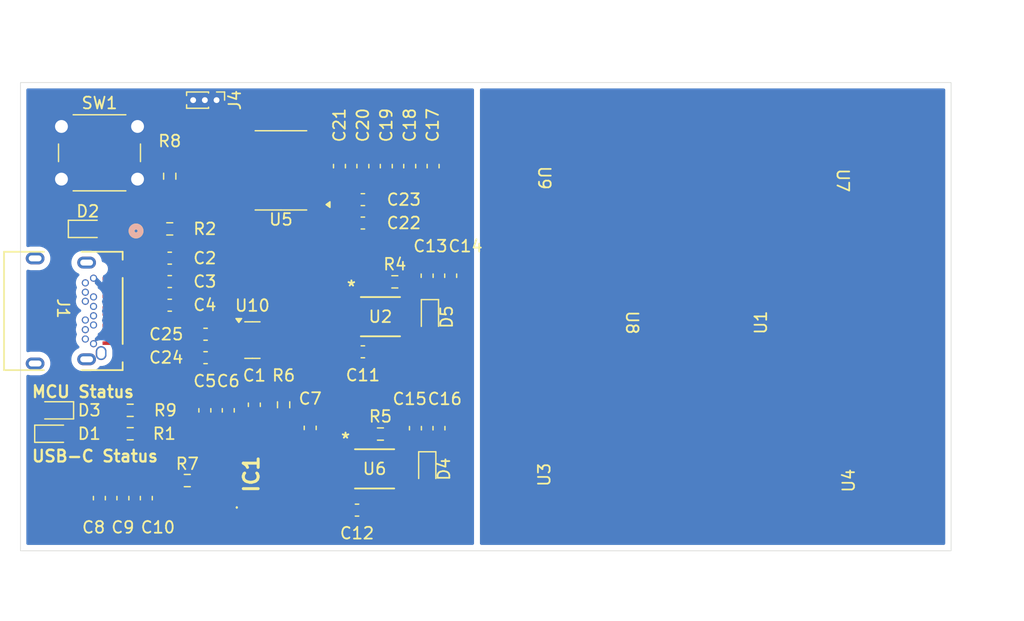
<source format=kicad_pcb>
(kicad_pcb (version 20241229) (generator "pcbnew") (generator_version "9.0")
  (layers (0 "F.Cu" signal) (2 "B.Cu" signal) (13 "F.Paste" user) (15 "B.Paste" user) (5 "F.SilkS" user "F.Silkscreen") (7 "B.SilkS" user "B.Silkscreen") (1 "F.Mask" user) (3 "B.Mask" user) (25 "Edge.Cuts" user))
  (net 0 "")
  (net 2 "+5V")
  (net 5 "/USB_C_IC/PWR_EN")
  (net 8 "GND")
  (net 9 "+18V")
  (net 10 "Net-(IC1-LED)")
  (net 12 "Net-(IC1-VCC)")
  (net 13 "/USB_C_IC/CC1")
  (net 14 "Net-(IC1-IFB)")
  (net 16 "VBUS")
  (net 17 "Net-(IC1-OTP)")
  (net 19 "Net-(IC1-VOUT)")
  (net 20 "/USB_C_IC/CC2")
  (net 32 "/MCU/I2C_SDA")
  (net 33 "/MCU/I2C_SCL")
  (net 34 "/LEDs/LED_2")
  (net 35 "Net-(U1-Pad3)")
  (net 36 "/LEDs/LX_1")
  (net 38 "/LEDs/VSET_1")
  (net 39 "/LEDs/LED_1")
  (net 43 "VLED")
  (net 45 "Net-(U3-Pad3)")
  (net 47 "Net-(L2-Pad1)")
  (net 48 "/MCU/OSC_OUT")
  (net 49 "/MCU/UART_TX")
  (net 53 "/LEDs/Thermal_Pad")
  (net 54 "/USB_C_IC/data_-")
  (net 55 "/USB_C_IC/data_+")
  (net 56 "/MCU/NRST")
  (net 57 "/MCU/SWDIO")
  (net 58 "/MCU/STATUS_LED")
  (net 59 "/MCU/SWCLK")
  (net 60 "/MCU/UART_RX")
  (net 61 "+3V3")
  (net 62 "/MCU/OSC_IN")
  (net 63 "/LEDs/LX_2")
  (net 64 "/LEDs/VSET_2")
  (net 65 "Net-(L1-Pad1)")
  (net 66 "Net-(U7-Pad1)")
  (net 67 "Net-(U8-Pad1)")
  (net 68 "Net-(D1-A)")
  (net 69 "Net-(D2-A)")
  (net 70 "Net-(D3-K)")
  (net 71 "/USB_C_IC/VOUT")
  (footprint "Capacitor_SMD:C_0603_1608Metric_Pad1.08x0.95mm_HandSolder" (layer "F.Cu") (at 123 70.5 180)
    (property "Reference" "C23" (at -3.5 0 0) (layer "F.SilkS"))
    (property "Value" "*")
    (fp_line (start -0.146267 0.51) (end 0.146267 0.51) (stroke (width 0.12)) (layer "F.SilkS"))
    (fp_line (start -0.146267 -0.51) (end 0.146267 -0.51) (stroke (width 0.12)) (layer "F.SilkS"))
    (pad "1" smd roundrect (at -0.8625 0 180) (size 1.075 0.95) (layers "F.Cu" "F.Mask" "F.Paste") (net 8 "GND"))
    (pad "2" smd roundrect (at 0.8625 0 180) (size 1.075 0.95) (layers "F.Cu" "F.Mask" "F.Paste") (net 48 "/MCU/OSC_OUT"))
  )
  (footprint "Capacitor_SMD:C_0603_1608Metric_Pad1.08x0.95mm_HandSolder" (layer "F.Cu") (at 130.5 77 90)
    (property "Reference" "C14" (at 2.525021 1.27115 180) (layer "F.SilkS"))
    (property "Value" "1u")
    (fp_line (start -0.146267 -0.51) (end 0.146267 -0.51) (stroke (width 0.12)) (layer "F.SilkS"))
    (fp_line (start -0.146267 0.51) (end 0.146267 0.51) (stroke (width 0.12)) (layer "F.SilkS"))
    (pad "1" smd roundrect (at -0.8625 0 90) (size 1.075 0.95) (layers "F.Cu" "F.Mask" "F.Paste") (net 43 "VLED"))
    (pad "2" smd roundrect (at 0.8625 0 90) (size 1.075 0.95) (layers "F.Cu" "F.Mask" "F.Paste") (net 8 "GND"))
  )
  (footprint "USB-light-pro:CHIP_D0BJ440E_WFS" (layer "F.Cu") (at 138.5 68.64 -90)
    (property "Reference" "U9" (at 0 0 270) (layer "F.SilkS"))
    (property "Value" "XHP50B-00-0000-0D0BJ440E")
    (pad "1" smd rect (at -2.14 0 270) (size 0.508 4.7752) (layers "F.Cu" "F.Mask" "F.Paste") (net 39 "/LEDs/LED_1"))
    (pad "2" smd rect (at 0 0 270) (size 2.7686 4.7752) (layers "F.Cu" "F.Mask" "F.Paste") (net 53 "/LEDs/Thermal_Pad"))
    (pad "3" smd rect (at 2.14 0 270) (size 0.508 4.7752) (layers "F.Cu" "F.Mask" "F.Paste") (net 67 "Net-(U8-Pad1)"))
  )
  (footprint "Capacitor_SMD:C_0603_1608Metric_Pad1.08x0.95mm_HandSolder" (layer "F.Cu") (at 122.5 97.025021)
    (property "Reference" "C12" (at 0 1.974979 0) (layer "F.SilkS"))
    (property "Value" "100n")
    (fp_line (start -0.146267 -0.51) (end 0.146267 -0.51) (stroke (width 0.12)) (layer "F.SilkS"))
    (fp_line (start -0.146267 0.51) (end 0.146267 0.51) (stroke (width 0.12)) (layer "F.SilkS"))
    (pad "1" smd roundrect (at -0.8625 0) (size 1.075 0.95) (layers "F.Cu" "F.Mask" "F.Paste") (net 64 "/LEDs/VSET_2"))
    (pad "2" smd roundrect (at 0.8625 0) (size 1.075 0.95) (layers "F.Cu" "F.Mask" "F.Paste") (net 8 "GND"))
  )
  (footprint "USB-light-pro:CHIP_D0BJ440E_WFS" (layer "F.Cu") (at 164.5 94.5 90)
    (property "Reference" "U4" (at 0 0 90) (layer "F.SilkS"))
    (property "Value" "XHP50B-00-0000-0D0BJ440E")
    (pad "1" smd rect (at -2.14 0 90) (size 0.508 4.7752) (layers "F.Cu" "F.Mask" "F.Paste") (net 45 "Net-(U3-Pad3)"))
    (pad "2" smd rect (at 0 0 90) (size 2.7686 4.7752) (layers "F.Cu" "F.Mask" "F.Paste") (net 53 "/LEDs/Thermal_Pad"))
    (pad "3" smd rect (at 2.14 0 90) (size 0.508 4.7752) (layers "F.Cu" "F.Mask" "F.Paste") (net 47 "Net-(L2-Pad1)"))
  )
  (footprint "Resistor_SMD:R_0603_1608Metric_Pad0.98x0.95mm_HandSolder" (layer "F.Cu") (at 106.5 73)
    (property "Reference" "R2" (at 3 0 0) (layer "F.SilkS"))
    (property "Value" "100k")
    (fp_line (start -0.254724 -0.5225) (end 0.254724 -0.5225) (stroke (width 0.12)) (layer "F.SilkS"))
    (fp_line (start -0.254724 0.5225) (end 0.254724 0.5225) (stroke (width 0.12)) (layer "F.SilkS"))
    (pad "1" smd roundrect (at -0.9125 0) (size 0.975 0.95) (layers "F.Cu" "F.Mask" "F.Paste") (net 16 "VBUS"))
    (pad "2" smd roundrect (at 0.9125 0) (size 0.975 0.95) (layers "F.Cu" "F.Mask" "F.Paste") (net 69 "Net-(D2-A)"))
  )
  (footprint "USB-light-pro:CHIP_D0BJ440E_WFS" (layer "F.Cu") (at 157 81 90)
    (property "Reference" "U1" (at 0 0 90) (layer "F.SilkS"))
    (property "Value" "XHP50B-00-0000-0D0BJ440E")
    (pad "1" smd rect (at -2.14 0 90) (size 0.508 4.7752) (layers "F.Cu" "F.Mask" "F.Paste") (net 34 "/LEDs/LED_2"))
    (pad "2" smd rect (at 0 0 90) (size 2.7686 4.7752) (layers "F.Cu" "F.Mask" "F.Paste") (net 53 "/LEDs/Thermal_Pad"))
    (pad "3" smd rect (at 2.14 0 90) (size 0.508 4.7752) (layers "F.Cu" "F.Mask" "F.Paste") (net 35 "Net-(U1-Pad3)"))
  )
  (footprint "Resistor_SMD:R_0603_1608Metric_Pad0.98x0.95mm_HandSolder" (layer "F.Cu") (at 103.125 90.5)
    (property "Reference" "R1" (at 2.9125 0 0) (layer "F.SilkS"))
    (property "Value" "1k")
    (fp_line (start -0.254724 -0.5225) (end 0.254724 -0.5225) (stroke (width 0.12)) (layer "F.SilkS"))
    (fp_line (start -0.254724 0.5225) (end 0.254724 0.5225) (stroke (width 0.12)) (layer "F.SilkS"))
    (pad "1" smd roundrect (at -0.9125 0) (size 0.975 0.95) (layers "F.Cu" "F.Mask" "F.Paste") (net 68 "Net-(D1-A)"))
    (pad "2" smd roundrect (at 0.9125 0) (size 0.975 0.95) (layers "F.Cu" "F.Mask" "F.Paste") (net 10 "Net-(IC1-LED)"))
  )
  (footprint "Capacitor_SMD:C_0603_1608Metric_Pad1.08x0.95mm_HandSolder" (layer "F.Cu") (at 127 67.6375 90)
    (property "Reference" "C18" (at 3.5 0 90) (layer "F.SilkS"))
    (property "Value" "1u")
    (fp_line (start -0.146267 -0.51) (end 0.146267 -0.51) (stroke (width 0.12)) (layer "F.SilkS"))
    (fp_line (start -0.146267 0.51) (end 0.146267 0.51) (stroke (width 0.12)) (layer "F.SilkS"))
    (pad "1" smd roundrect (at -0.8625 0 90) (size 1.075 0.95) (layers "F.Cu" "F.Mask" "F.Paste") (net 61 "+3V3"))
    (pad "2" smd roundrect (at 0.8625 0 90) (size 1.075 0.95) (layers "F.Cu" "F.Mask" "F.Paste") (net 8 "GND"))
  )
  (footprint "Resistor_SMD:R_0603_1608Metric_Pad0.98x0.95mm_HandSolder" (layer "F.Cu") (at 103.125 88.5 180)
    (property "Reference" "R9" (at -3 0 0) (layer "F.SilkS"))
    (property "Value" "1k")
    (fp_line (start -0.254724 0.5225) (end 0.254724 0.5225) (stroke (width 0.12)) (layer "F.SilkS"))
    (fp_line (start -0.254724 -0.5225) (end 0.254724 -0.5225) (stroke (width 0.12)) (layer "F.SilkS"))
    (pad "1" smd roundrect (at -0.9125 0 180) (size 0.975 0.95) (layers "F.Cu" "F.Mask" "F.Paste") (net 8 "GND"))
    (pad "2" smd roundrect (at 0.9125 0 180) (size 0.975 0.95) (layers "F.Cu" "F.Mask" "F.Paste") (net 70 "Net-(D3-K)"))
  )
  (footprint "USB-light-pro:MSOP-8EP_DIO" (layer "F.Cu") (at 124 93.5)
    (property "Reference" "U6" (at 0 0 0) (layer "F.SilkS"))
    (property "Value" "AL8861MP-13")
    (fp_line (start -1.6764 1.6764) (end 1.6764 1.6764) (stroke (width 0.1524)) (layer "F.SilkS"))
    (fp_line (start 1.6764 -1.6764) (end -1.6764 -1.6764) (stroke (width 0.1524)) (layer "F.SilkS"))
    (fp_text user "*" (at -2.48285 -2.549779 0) (layer "F.SilkS"))
    (fp_text user "*" (at -2.48285 -2.549779 0) (layer "F.SilkS"))
    (pad "1" smd rect (at -2.22885 -0.974979) (size 1.3589 0.4318) (layers "F.Cu" "F.Mask" "F.Paste") (net 34 "/LEDs/LED_2"))
    (pad "2" smd rect (at -2.22885 -0.324993) (size 1.3589 0.4318) (layers "F.Cu" "F.Mask" "F.Paste") (net 8 "GND"))
    (pad "3" smd rect (at -2.22885 0.324993) (size 1.3589 0.4318) (layers "F.Cu" "F.Mask" "F.Paste") (net 8 "GND"))
    (pad "4" smd rect (at -2.22885 0.974979) (size 1.3589 0.4318) (layers "F.Cu" "F.Mask" "F.Paste") (net 64 "/LEDs/VSET_2"))
    (pad "5" smd rect (at 2.22885 0.974979) (size 1.3589 0.4318) (layers "F.Cu" "F.Mask" "F.Paste") (net 63 "/LEDs/LX_2"))
    (pad "6" smd rect (at 2.22885 0.324993) (size 1.3589 0.4318) (layers "F.Cu" "F.Mask" "F.Paste") (net 63 "/LEDs/LX_2"))
    (pad "7" smd rect (at 2.22885 -0.324993) (size 1.3589 0.4318) (layers "F.Cu" "F.Mask" "F.Paste"))
    (pad "8" smd rect (at 2.22885 -0.974979) (size 1.3589 0.4318) (layers "F.Cu" "F.Mask" "F.Paste") (net 43 "VLED"))
    (pad "EPAD" smd rect (at 0 0) (size 1.7018 2.0066) (layers "F.Cu" "F.Mask" "F.Paste"))
  )
  (footprint "Capacitor_SMD:C_0603_1608Metric_Pad1.08x0.95mm_HandSolder" (layer "F.Cu") (at 121 67.6375 90)
    (property "Reference" "C21" (at 3.5 0 90) (layer "F.SilkS"))
    (property "Value" "10n")
    (fp_line (start -0.146267 -0.51) (end 0.146267 -0.51) (stroke (width 0.12)) (layer "F.SilkS"))
    (fp_line (start -0.146267 0.51) (end 0.146267 0.51) (stroke (width 0.12)) (layer "F.SilkS"))
    (pad "1" smd roundrect (at -0.8625 0 90) (size 1.075 0.95) (layers "F.Cu" "F.Mask" "F.Paste") (net 61 "+3V3"))
    (pad "2" smd roundrect (at 0.8625 0 90) (size 1.075 0.95) (layers "F.Cu" "F.Mask" "F.Paste") (net 8 "GND"))
  )
  (footprint "Resistor_SMD:R_0603_1608Metric_Pad0.98x0.95mm_HandSolder" (layer "F.Cu") (at 116.22885 88.025021 90)
    (property "Reference" "R6" (at 2.5 0 180) (layer "F.SilkS"))
    (property "Value" "10k")
    (fp_line (start -0.254724 -0.5225) (end 0.254724 -0.5225) (stroke (width 0.12)) (layer "F.SilkS"))
    (fp_line (start -0.254724 0.5225) (end 0.254724 0.5225) (stroke (width 0.12)) (layer "F.SilkS"))
    (pad "1" smd roundrect (at -0.9125 0 90) (size 0.975 0.95) (layers "F.Cu" "F.Mask" "F.Paste") (net 17 "Net-(IC1-OTP)"))
    (pad "2" smd roundrect (at 0.9125 0 90) (size 0.975 0.95) (layers "F.Cu" "F.Mask" "F.Paste") (net 8 "GND"))
  )
  (footprint "Diode_SMD:D_0603_1608Metric" (layer "F.Cu") (at 128.5 93.525021 -90)
    (property "Reference" "D4" (at 0 -1.43 90) (layer "F.SilkS"))
    (property "Value" "D")
    (fp_line (start -1.485 0.735) (end 0.8 0.735) (stroke (width 0.12)) (layer "F.SilkS"))
    (fp_line (start -1.485 -0.735) (end -1.485 0.735) (stroke (width 0.12)) (layer "F.SilkS"))
    (fp_line (start 0.8 -0.735) (end -1.485 -0.735) (stroke (width 0.12)) (layer "F.SilkS"))
    (pad "1" smd roundrect (at -0.7875 0 270) (size 0.875 0.95) (layers "F.Cu" "F.Mask" "F.Paste") (net 43 "VLED"))
    (pad "2" smd roundrect (at 0.7875 0 270) (size 0.875 0.95) (layers "F.Cu" "F.Mask" "F.Paste") (net 63 "/LEDs/LX_2"))
  )
  (footprint "Capacitor_SMD:C_0603_1608Metric_Pad1.08x0.95mm_HandSolder" (layer "F.Cu") (at 128.49 77 90)
    (property "Reference" "C13" (at 2.525021 0.28115 180) (layer "F.SilkS"))
    (property "Value" "100n")
    (fp_line (start -0.146267 -0.51) (end 0.146267 -0.51) (stroke (width 0.12)) (layer "F.SilkS"))
    (fp_line (start -0.146267 0.51) (end 0.146267 0.51) (stroke (width 0.12)) (layer "F.SilkS"))
    (pad "1" smd roundrect (at -0.8625 0 90) (size 1.075 0.95) (layers "F.Cu" "F.Mask" "F.Paste") (net 43 "VLED"))
    (pad "2" smd roundrect (at 0.8625 0 90) (size 1.075 0.95) (layers "F.Cu" "F.Mask" "F.Paste") (net 8 "GND"))
  )
  (footprint "USB-light-pro:CHIP_D0BJ440E_WFS" (layer "F.Cu") (at 146 81 -90)
    (property "Reference" "U8" (at 0 0 270) (layer "F.SilkS"))
    (property "Value" "XHP50B-00-0000-0D0BJ440E")
    (pad "1" smd rect (at -2.14 0 270) (size 0.508 4.7752) (layers "F.Cu" "F.Mask" "F.Paste") (net 67 "Net-(U8-Pad1)"))
    (pad "2" smd rect (at 0 0 270) (size 2.7686 4.7752) (layers "F.Cu" "F.Mask" "F.Paste") (net 53 "/LEDs/Thermal_Pad"))
    (pad "3" smd rect (at 2.14 0 270) (size 0.508 4.7752) (layers "F.Cu" "F.Mask" "F.Paste") (net 66 "Net-(U7-Pad1)"))
  )
  (footprint "Capacitor_SMD:C_0603_1608Metric_Pad1.08x0.95mm_HandSolder" (layer "F.Cu") (at 109.5 88.5 90)
    (property "Reference" "C5" (at 2.5 0 180) (layer "F.SilkS"))
    (property "Value" "1u")
    (fp_line (start -0.146267 -0.51) (end 0.146267 -0.51) (stroke (width 0.12)) (layer "F.SilkS"))
    (fp_line (start -0.146267 0.51) (end 0.146267 0.51) (stroke (width 0.12)) (layer "F.SilkS"))
    (pad "1" smd roundrect (at -0.8625 0 90) (size 1.075 0.95) (layers "F.Cu" "F.Mask" "F.Paste") (net 2 "+5V"))
    (pad "2" smd roundrect (at 0.8625 0 90) (size 1.075 0.95) (layers "F.Cu" "F.Mask" "F.Paste") (net 8 "GND"))
  )
  (footprint "USB-light-pro:MSOP-8EP_DIO" (layer "F.Cu") (at 124.5 80.5)
    (property "Reference" "U2" (at 0 0 0) (layer "F.SilkS"))
    (property "Value" "AL8861MP-13")
    (fp_line (start -1.6764 1.6764) (end 1.6764 1.6764) (stroke (width 0.1524)) (layer "F.SilkS"))
    (fp_line (start 1.6764 -1.6764) (end -1.6764 -1.6764) (stroke (width 0.1524)) (layer "F.SilkS"))
    (fp_text user "*" (at -2.48285 -2.549779 0) (layer "F.SilkS"))
    (fp_text user "*" (at -2.48285 -2.549779 0) (layer "F.SilkS"))
    (pad "1" smd rect (at -2.22885 -0.974979) (size 1.3589 0.4318) (layers "F.Cu" "F.Mask" "F.Paste") (net 39 "/LEDs/LED_1"))
    (pad "2" smd rect (at -2.22885 -0.324993) (size 1.3589 0.4318) (layers "F.Cu" "F.Mask" "F.Paste") (net 8 "GND"))
    (pad "3" smd rect (at -2.22885 0.324993) (size 1.3589 0.4318) (layers "F.Cu" "F.Mask" "F.Paste") (net 8 "GND"))
    (pad "4" smd rect (at -2.22885 0.974979) (size 1.3589 0.4318) (layers "F.Cu" "F.Mask" "F.Paste") (net 38 "/LEDs/VSET_1"))
    (pad "5" smd rect (at 2.22885 0.974979) (size 1.3589 0.4318) (layers "F.Cu" "F.Mask" "F.Paste") (net 36 "/LEDs/LX_1"))
    (pad "6" smd rect (at 2.22885 0.324993) (size 1.3589 0.4318) (layers "F.Cu" "F.Mask" "F.Paste") (net 36 "/LEDs/LX_1"))
    (pad "7" smd rect (at 2.22885 -0.324993) (size 1.3589 0.4318) (layers "F.Cu" "F.Mask" "F.Paste"))
    (pad "8" smd rect (at 2.22885 -0.974979) (size 1.3589 0.4318) (layers "F.Cu" "F.Mask" "F.Paste") (net 43 "VLED"))
    (pad "EPAD" smd rect (at 0 0) (size 1.7018 2.0066) (layers "F.Cu" "F.Mask" "F.Paste"))
  )
  (footprint "Package_TO_SOT_SMD:SOT-23" (layer "F.Cu") (at 113.5625 82.5)
    (property "Reference" "U10" (at 0 -2.95 0) (layer "F.SilkS"))
    (property "Value" "AP2127N-3.3")
    (fp_line (start 0 -1.56) (end -0.65 -1.56) (stroke (width 0.12)) (layer "F.SilkS"))
    (fp_line (start 0 -1.56) (end 0.65 -1.56) (stroke (width 0.12)) (layer "F.SilkS"))
    (fp_line (start 0 1.56) (end -0.65 1.56) (stroke (width 0.12)) (layer "F.SilkS"))
    (fp_line (start 0 1.56) (end 0.65 1.56) (stroke (width 0.12)) (layer "F.SilkS"))
    (fp_poly (pts (xy -1.1625 -1.51) (xy -1.4025 -1.84) (xy -0.9225 -1.84) (xy -1.1625 -1.51)) (stroke (width 0.12)) (fill yes) (layer "F.SilkS"))
    (pad "1" smd roundrect (at -0.9375 -0.95) (size 1.475 0.6) (layers "F.Cu" "F.Mask" "F.Paste") (net 8 "GND"))
    (pad "2" smd roundrect (at -0.9375 0.95) (size 1.475 0.6) (layers "F.Cu" "F.Mask" "F.Paste") (net 61 "+3V3"))
    (pad "3" smd roundrect (at 0.9375 0) (size 1.475 0.6) (layers "F.Cu" "F.Mask" "F.Paste") (net 2 "+5V"))
  )
  (footprint "USB-light-pro:CHIP_D0BJ440E_WFS" (layer "F.Cu") (at 138.5 94 90)
    (property "Reference" "U3" (at 0 0 90) (layer "F.SilkS"))
    (property "Value" "XHP50B-00-0000-0D0BJ440E")
    (pad "1" smd rect (at -2.14 0 90) (size 0.508 4.7752) (layers "F.Cu" "F.Mask" "F.Paste") (net 35 "Net-(U1-Pad3)"))
    (pad "2" smd rect (at 0 0 90) (size 2.7686 4.7752) (layers "F.Cu" "F.Mask" "F.Paste") (net 53 "/LEDs/Thermal_Pad"))
    (pad "3" smd rect (at 2.14 0 90) (size 0.508 4.7752) (layers "F.Cu" "F.Mask" "F.Paste") (net 45 "Net-(U3-Pad3)"))
  )
  (footprint "Capacitor_SMD:C_0603_1608Metric_Pad1.08x0.95mm_HandSolder" (layer "F.Cu") (at 106.5 79.52)
    (property "Reference" "C4" (at 3 -0.02 0) (layer "F.SilkS"))
    (property "Value" "100n")
    (fp_line (start -0.146267 -0.51) (end 0.146267 -0.51) (stroke (width 0.12)) (layer "F.SilkS"))
    (fp_line (start -0.146267 0.51) (end 0.146267 0.51) (stroke (width 0.12)) (layer "F.SilkS"))
    (pad "1" smd roundrect (at -0.8625 0) (size 1.075 0.95) (layers "F.Cu" "F.Mask" "F.Paste") (net 16 "VBUS"))
    (pad "2" smd roundrect (at 0.8625 0) (size 1.075 0.95) (layers "F.Cu" "F.Mask" "F.Paste") (net 8 "GND"))
  )
  (footprint "LED_SMD:LED_0603_1608Metric_Pad1.05x0.95mm_HandSolder" (layer "F.Cu") (at 96.625 90.5)
    (property "Reference" "D1" (at 3 0 0) (layer "F.SilkS"))
    (property "Value" "LED")
    (fp_line (start -1.66 -0.735) (end -1.66 0.735) (stroke (width 0.12)) (layer "F.SilkS"))
    (fp_line (start -1.66 0.735) (end 0.8 0.735) (stroke (width 0.12)) (layer "F.SilkS"))
    (fp_line (start 0.8 -0.735) (end -1.66 -0.735) (stroke (width 0.12)) (layer "F.SilkS"))
    (pad "1" smd roundrect (at -0.875 0) (size 1.05 0.95) (layers "F.Cu" "F.Mask" "F.Paste") (net 8 "GND"))
    (pad "2" smd roundrect (at 0.875 0) (size 1.05 0.95) (layers "F.Cu" "F.Mask" "F.Paste") (net 68 "Net-(D1-A)"))
  )
  (footprint "Capacitor_SMD:C_0603_1608Metric_Pad1.08x0.95mm_HandSolder" (layer "F.Cu") (at 102.5 96 -90)
    (property "Reference" "C9" (at 2.5 0 180) (layer "F.SilkS"))
    (property "Value" "1u")
    (fp_line (start -0.146267 0.51) (end 0.146267 0.51) (stroke (width 0.12)) (layer "F.SilkS"))
    (fp_line (start -0.146267 -0.51) (end 0.146267 -0.51) (stroke (width 0.12)) (layer "F.SilkS"))
    (pad "1" smd roundrect (at -0.8625 0 270) (size 1.075 0.95) (layers "F.Cu" "F.Mask" "F.Paste") (net 71 "/USB_C_IC/VOUT"))
    (pad "2" smd roundrect (at 0.8625 0 270) (size 1.075 0.95) (layers "F.Cu" "F.Mask" "F.Paste") (net 8 "GND"))
  )
  (footprint "Button_Switch_THT:SW_PUSH_6mm" (layer "F.Cu") (at 97.25 64.25)
    (property "Reference" "SW1" (at 3.25 -2 0) (layer "F.SilkS"))
    (property "Value" "SW_Push")
    (fp_line (start -0.25 1.5) (end -0.25 3) (stroke (width 0.12)) (layer "F.SilkS"))
    (fp_line (start 1 5.5) (end 5.5 5.5) (stroke (width 0.12)) (layer "F.SilkS"))
    (fp_line (start 5.5 -1) (end 1 -1) (stroke (width 0.12)) (layer "F.SilkS"))
    (fp_line (start 6.75 3) (end 6.75 1.5) (stroke (width 0.12)) (layer "F.SilkS"))
    (pad "1" thru_hole circle (at 0 0 90) (size 2 2) (drill 1.1) (layers "*.Cu" "*.Mask") (net 8 "GND"))
    (pad "1" thru_hole circle (at 6.5 0 90) (size 2 2) (drill 1.1) (layers "*.Cu" "*.Mask") (net 8 "GND"))
    (pad "2" thru_hole circle (at 0 4.5 90) (size 2 2) (drill 1.1) (layers "*.Cu" "*.Mask") (net 56 "/MCU/NRST"))
    (pad "2" thru_hole circle (at 6.5 4.5 90) (size 2 2) (drill 1.1) (layers "*.Cu" "*.Mask") (net 56 "/MCU/NRST"))
  )
  (footprint "Resistor_SMD:R_0603_1608Metric_Pad0.98x0.95mm_HandSolder" (layer "F.Cu") (at 106.5 68.5 -90)
    (property "Reference" "R8" (at -3 0 180) (layer "F.SilkS"))
    (property "Value" "10k")
    (fp_line (start -0.254724 0.5225) (end 0.254724 0.5225) (stroke (width 0.12)) (layer "F.SilkS"))
    (fp_line (start -0.254724 -0.5225) (end 0.254724 -0.5225) (stroke (width 0.12)) (layer "F.SilkS"))
    (pad "1" smd roundrect (at -0.9125 0 270) (size 0.975 0.95) (layers "F.Cu" "F.Mask" "F.Paste") (net 61 "+3V3"))
    (pad "2" smd roundrect (at 0.9125 0 270) (size 0.975 0.95) (layers "F.Cu" "F.Mask" "F.Paste") (net 56 "/MCU/NRST"))
  )
  (footprint "USB-light-pro:CHIP_D0BJ440E_WFS" (layer "F.Cu") (at 164 68.86 -90)
    (property "Reference" "U7" (at 0 0 270) (layer "F.SilkS"))
    (property "Value" "XHP50B-00-0000-0D0BJ440E")
    (pad "1" smd rect (at -2.14 0 270) (size 0.508 4.7752) (layers "F.Cu" "F.Mask" "F.Paste") (net 66 "Net-(U7-Pad1)"))
    (pad "2" smd rect (at 0 0 270) (size 2.7686 4.7752) (layers "F.Cu" "F.Mask" "F.Paste") (net 53 "/LEDs/Thermal_Pad"))
    (pad "3" smd rect (at 2.14 0 270) (size 0.508 4.7752) (layers "F.Cu" "F.Mask" "F.Paste") (net 65 "Net-(L1-Pad1)"))
  )
  (footprint "Capacitor_SMD:C_0603_1608Metric_Pad1.08x0.95mm_HandSolder" (layer "F.Cu") (at 125 67.6375 90)
    (property "Reference" "C19" (at 3.5 0 90) (layer "F.SilkS"))
    (property "Value" "100n")
    (fp_line (start -0.146267 -0.51) (end 0.146267 -0.51) (stroke (width 0.12)) (layer "F.SilkS"))
    (fp_line (start -0.146267 0.51) (end 0.146267 0.51) (stroke (width 0.12)) (layer "F.SilkS"))
    (pad "1" smd roundrect (at -0.8625 0 90) (size 1.075 0.95) (layers "F.Cu" "F.Mask" "F.Paste") (net 61 "+3V3"))
    (pad "2" smd roundrect (at 0.8625 0 90) (size 1.075 0.95) (layers "F.Cu" "F.Mask" "F.Paste") (net 8 "GND"))
  )
  (footprint "Capacitor_SMD:C_0603_1608Metric_Pad1.08x0.95mm_HandSolder" (layer "F.Cu") (at 109.5625 82 180)
    (property "Reference" "C25" (at 3.3625 0 0) (layer "F.SilkS"))
    (property "Value" "100n")
    (fp_line (start -0.146267 0.51) (end 0.146267 0.51) (stroke (width 0.12)) (layer "F.SilkS"))
    (fp_line (start -0.146267 -0.51) (end 0.146267 -0.51) (stroke (width 0.12)) (layer "F.SilkS"))
    (pad "1" smd roundrect (at -0.8625 0 180) (size 1.075 0.95) (layers "F.Cu" "F.Mask" "F.Paste") (net 61 "+3V3"))
    (pad "2" smd roundrect (at 0.8625 0 180) (size 1.075 0.95) (layers "F.Cu" "F.Mask" "F.Paste") (net 8 "GND"))
  )
  (footprint "Package_SO:TSSOP-20_4.4x6.5mm_P0.65mm" (layer "F.Cu") (at 116 68 180)
    (property "Reference" "U5" (at 0 -4.2 0) (layer "F.SilkS"))
    (property "Value" "STM32C011F6Px")
    (fp_line (start 0 3.385) (end 2.2 3.385) (stroke (width 0.12)) (layer "F.SilkS"))
    (fp_line (start 0 3.385) (end -2.2 3.385) (stroke (width 0.12)) (layer "F.SilkS"))
    (fp_line (start 0 -3.385) (end 2.2 -3.385) (stroke (width 0.12)) (layer "F.SilkS"))
    (fp_line (start 0 -3.385) (end -2.2 -3.385) (stroke (width 0.12)) (layer "F.SilkS"))
    (fp_poly (pts (xy -3.86 -2.925) (xy -4.19 -3.165) (xy -4.19 -2.685) (xy -3.86 -2.925)) (stroke (width 0.12)) (fill yes) (layer "F.SilkS"))
    (pad "1" smd roundrect (at -2.8625 -2.925 180) (size 1.475 0.4) (layers "F.Cu" "F.Mask" "F.Paste") (net 32 "/MCU/I2C_SDA"))
    (pad "2" smd roundrect (at -2.8625 -2.275 180) (size 1.475 0.4) (layers "F.Cu" "F.Mask" "F.Paste") (net 62 "/MCU/OSC_IN"))
    (pad "3" smd roundrect (at -2.8625 -1.625 180) (size 1.475 0.4) (layers "F.Cu" "F.Mask" "F.Paste") (net 48 "/MCU/OSC_OUT"))
    (pad "4" smd roundrect (at -2.8625 -0.975 180) (size 1.475 0.4) (layers "F.Cu" "F.Mask" "F.Paste") (net 61 "+3V3"))
    (pad "5" smd roundrect (at -2.8625 -0.325 180) (size 1.475 0.4) (layers "F.Cu" "F.Mask" "F.Paste") (net 8 "GND"))
    (pad "6" smd roundrect (at -2.8625 0.325 180) (size 1.475 0.4) (layers "F.Cu" "F.Mask" "F.Paste") (net 56 "/MCU/NRST"))
    (pad "7" smd roundrect (at -2.8625 0.975 180) (size 1.475 0.4) (layers "F.Cu" "F.Mask" "F.Paste") (net 49 "/MCU/UART_TX"))
    (pad "8" smd roundrect (at -2.8625 1.625 180) (size 1.475 0.4) (layers "F.Cu" "F.Mask" "F.Paste") (net 60 "/MCU/UART_RX"))
    (pad "9" smd roundrect (at -2.8625 2.275 180) (size 1.475 0.4) (layers "F.Cu" "F.Mask" "F.Paste"))
    (pad "10" smd roundrect (at -2.8625 2.925 180) (size 1.475 0.4) (layers "F.Cu" "F.Mask" "F.Paste"))
    (pad "11" smd roundrect (at 2.8625 2.925 180) (size 1.475 0.4) (layers "F.Cu" "F.Mask" "F.Paste") (net 58 "/MCU/STATUS_LED"))
    (pad "12" smd roundrect (at 2.8625 2.275 180) (size 1.475 0.4) (layers "F.Cu" "F.Mask" "F.Paste"))
    (pad "13" smd roundrect (at 2.8625 1.625 180) (size 1.475 0.4) (layers "F.Cu" "F.Mask" "F.Paste"))
    (pad "14" smd roundrect (at 2.8625 0.975 180) (size 1.475 0.4) (layers "F.Cu" "F.Mask" "F.Paste"))
    (pad "15" smd roundrect (at 2.8625 0.325 180) (size 1.475 0.4) (layers "F.Cu" "F.Mask" "F.Paste"))
    (pad "16" smd roundrect (at 2.8625 -0.325 180) (size 1.475 0.4) (layers "F.Cu" "F.Mask" "F.Paste"))
    (pad "17" smd roundrect (at 2.8625 -0.975 180) (size 1.475 0.4) (layers "F.Cu" "F.Mask" "F.Paste"))
    (pad "18" smd roundrect (at 2.8625 -1.625 180) (size 1.475 0.4) (layers "F.Cu" "F.Mask" "F.Paste") (net 57 "/MCU/SWDIO"))
    (pad "19" smd roundrect (at 2.8625 -2.275 180) (size 1.475 0.4) (layers "F.Cu" "F.Mask" "F.Paste") (net 59 "/MCU/SWCLK"))
    (pad "20" smd roundrect (at 2.8625 -2.925 180) (size 1.475 0.4) (layers "F.Cu" "F.Mask" "F.Paste") (net 33 "/MCU/I2C_SCL"))
  )
  (footprint "Capacitor_SMD:C_0603_1608Metric_Pad1.08x0.95mm_HandSolder" (layer "F.Cu") (at 118.5 90 90)
    (property "Reference" "C7" (at 2.5 0 180) (layer "F.SilkS"))
    (property "Value" "100n")
    (fp_line (start -0.146267 -0.51) (end 0.146267 -0.51) (stroke (width 0.12)) (layer "F.SilkS"))
    (fp_line (start -0.146267 0.51) (end 0.146267 0.51) (stroke (width 0.12)) (layer "F.SilkS"))
    (pad "1" smd roundrect (at -0.8625 0 90) (size 1.075 0.95) (layers "F.Cu" "F.Mask" "F.Paste") (net 9 "+18V"))
    (pad "2" smd roundrect (at 0.8625 0 90) (size 1.075 0.95) (layers "F.Cu" "F.Mask" "F.Paste") (net 8 "GND"))
  )
  (footprint "Capacitor_SMD:C_0603_1608Metric_Pad1.08x0.95mm_HandSolder" (layer "F.Cu") (at 123 83.5)
    (property "Reference" "C11" (at 0 2 180) (layer "F.SilkS"))
    (property "Value" "100n")
    (fp_line (start -0.146267 -0.51) (end 0.146267 -0.51) (stroke (width 0.12)) (layer "F.SilkS"))
    (fp_line (start -0.146267 0.51) (end 0.146267 0.51) (stroke (width 0.12)) (layer "F.SilkS"))
    (pad "1" smd roundrect (at -0.8625 0) (size 1.075 0.95) (layers "F.Cu" "F.Mask" "F.Paste") (net 38 "/LEDs/VSET_1"))
    (pad "2" smd roundrect (at 0.8625 0) (size 1.075 0.95) (layers "F.Cu" "F.Mask" "F.Paste") (net 8 "GND"))
  )
  (footprint "Capacitor_SMD:C_0603_1608Metric_Pad1.08x0.95mm_HandSolder" (layer "F.Cu") (at 129 67.6375 90)
    (property "Reference" "C17" (at 3.5 -0.04 90) (layer "F.SilkS"))
    (property "Value" "1u")
    (fp_line (start -0.146267 -0.51) (end 0.146267 -0.51) (stroke (width 0.12)) (layer "F.SilkS"))
    (fp_line (start -0.146267 0.51) (end 0.146267 0.51) (stroke (width 0.12)) (layer "F.SilkS"))
    (pad "1" smd roundrect (at -0.8625 0 90) (size 1.075 0.95) (layers "F.Cu" "F.Mask" "F.Paste") (net 61 "+3V3"))
    (pad "2" smd roundrect (at 0.8625 0 90) (size 1.075 0.95) (layers "F.Cu" "F.Mask" "F.Paste") (net 8 "GND"))
  )
  (footprint "LED_SMD:LED_0603_1608Metric_Pad1.05x0.95mm_HandSolder" (layer "F.Cu") (at 96.625 88.5 180)
    (property "Reference" "D3" (at -3 0 0) (layer "F.SilkS"))
    (property "Value" "LED")
    (fp_line (start 0.8 -0.735) (end -1.66 -0.735) (stroke (width 0.12)) (layer "F.SilkS"))
    (fp_line (start -1.66 0.735) (end 0.8 0.735) (stroke (width 0.12)) (layer "F.SilkS"))
    (fp_line (start -1.66 -0.735) (end -1.66 0.735) (stroke (width 0.12)) (layer "F.SilkS"))
    (pad "1" smd roundrect (at -0.875 0 180) (size 1.05 0.95) (layers "F.Cu" "F.Mask" "F.Paste") (net 70 "Net-(D3-K)"))
    (pad "2" smd roundrect (at 0.875 0 180) (size 1.05 0.95) (layers "F.Cu" "F.Mask" "F.Paste") (net 58 "/MCU/STATUS_LED"))
  )
  (footprint "Resistor_SMD:R_0603_1608Metric_Pad0.98x0.95mm_HandSolder" (layer "F.Cu") (at 124.5 90.525021 180)
    (property "Reference" "R5" (at 0 1.5 0) (layer "F.SilkS"))
    (property "Value" "RS")
    (fp_line (start -0.254724 0.5225) (end 0.254724 0.5225) (stroke (width 0.12)) (layer "F.SilkS"))
    (fp_line (start -0.254724 -0.5225) (end 0.254724 -0.5225) (stroke (width 0.12)) (layer "F.SilkS"))
    (pad "1" smd roundrect (at -0.9125 0 180) (size 0.975 0.95) (layers "F.Cu" "F.Mask" "F.Paste") (net 43 "VLED"))
    (pad "2" smd roundrect (at 0.9125 0 180) (size 0.975 0.95) (layers "F.Cu" "F.Mask" "F.Paste") (net 34 "/LEDs/LED_2"))
  )
  (footprint "Capacitor_SMD:C_0603_1608Metric_Pad1.08x0.95mm_HandSolder" (layer "F.Cu") (at 100.49 96 -90)
    (property "Reference" "C8" (at 2.5 0.49 180) (layer "F.SilkS"))
    (property "Value" "10u")
    (fp_line (start -0.146267 0.51) (end 0.146267 0.51) (stroke (width 0.12)) (layer "F.SilkS"))
    (fp_line (start -0.146267 -0.51) (end 0.146267 -0.51) (stroke (width 0.12)) (layer "F.SilkS"))
    (pad "1" smd roundrect (at -0.8625 0 270) (size 1.075 0.95) (layers "F.Cu" "F.Mask" "F.Paste") (net 71 "/USB_C_IC/VOUT"))
    (pad "2" smd roundrect (at 0.8625 0 270) (size 1.075 0.95) (layers "F.Cu" "F.Mask" "F.Paste") (net 8 "GND"))
  )
  (footprint "Connector_PinHeader_1.00mm:PinHeader_1x03_P1.00mm_Vertical" (layer "F.Cu") (at 110.5 62 -90)
    (property "Reference" "J4" (at 0 -1.56 90) (layer "F.SilkS"))
    (property "Value" "Screw_Terminal_01x03")
    (fp_line (start -0.695 2.56) (end -0.394493 2.56) (stroke (width 0.12)) (layer "F.SilkS"))
    (fp_line (start 0.394493 2.56) (end 0.695 2.56) (stroke (width 0.12)) (layer "F.SilkS"))
    (fp_line (start -0.695 0.685) (end -0.695 2.56) (stroke (width 0.12)) (layer "F.SilkS"))
    (fp_line (start -0.695 0.685) (end -0.608276 0.685) (stroke (width 0.12)) (layer "F.SilkS"))
    (fp_line (start 0.608276 0.685) (end 0.695 0.685) (stroke (width 0.12)) (layer "F.SilkS"))
    (fp_line (start 0.695 0.685) (end 0.695 2.56) (stroke (width 0.12)) (layer "F.SilkS"))
    (fp_line (start -0.695 0) (end -0.695 -0.685) (stroke (width 0.12)) (layer "F.SilkS"))
    (fp_line (start -0.695 -0.685) (end 0 -0.685) (stroke (width 0.12)) (layer "F.SilkS"))
    (pad "1" thru_hole rect (at 0 0 270) (size 0.85 0.85) (drill 0.5) (layers "*.Cu" "*.Mask") (net 8 "GND"))
    (pad "2" thru_hole oval (at 0 1 270) (size 0.85 0.85) (drill 0.5) (layers "*.Cu" "*.Mask") (net 49 "/MCU/UART_TX"))
    (pad "3" thru_hole oval (at 0 2 270) (size 0.85 0.85) (drill 0.5) (layers "*.Cu" "*.Mask") (net 60 "/MCU/UART_RX"))
  )
  (footprint "Capacitor_SMD:C_0603_1608Metric_Pad1.08x0.95mm_HandSolder" (layer "F.Cu") (at 113.72885 88.025021 90)
    (property "Reference" "C1" (at 2.5 0 180) (layer "F.SilkS"))
    (property "Value" "100n")
    (fp_line (start -0.146267 -0.51) (end 0.146267 -0.51) (stroke (width 0.12)) (layer "F.SilkS"))
    (fp_line (start -0.146267 0.51) (end 0.146267 0.51) (stroke (width 0.12)) (layer "F.SilkS"))
    (pad "1" smd roundrect (at -0.8625 0 90) (size 1.075 0.95) (layers "F.Cu" "F.Mask" "F.Paste") (net 14 "Net-(IC1-IFB)"))
    (pad "2" smd roundrect (at 0.8625 0 90) (size 1.075 0.95) (layers "F.Cu" "F.Mask" "F.Paste") (net 8 "GND"))
  )
  (footprint "Capacitor_SMD:C_0603_1608Metric_Pad1.08x0.95mm_HandSolder" (layer "F.Cu") (at 111.5 88.5 90)
    (property "Reference" "C6" (at 2.5 0 180) (layer "F.SilkS"))
    (property "Value" "100n")
    (fp_line (start -0.146267 -0.51) (end 0.146267 -0.51) (stroke (width 0.12)) (layer "F.SilkS"))
    (fp_line (start -0.146267 0.51) (end 0.146267 0.51) (stroke (width 0.12)) (layer "F.SilkS"))
    (pad "1" smd roundrect (at -0.8625 0 90) (size 1.075 0.95) (layers "F.Cu" "F.Mask" "F.Paste") (net 2 "+5V"))
    (pad "2" smd roundrect (at 0.8625 0 90) (size 1.075 0.95) (layers "F.Cu" "F.Mask" "F.Paste") (net 8 "GND"))
  )
  (footprint "LED_SMD:LED_0603_1608Metric_Pad1.05x0.95mm_HandSolder" (layer "F.Cu") (at 99.5 73)
    (property "Reference" "D2" (at 0 -1.5 0) (layer "F.SilkS"))
    (property "Value" "LED")
    (fp_line (start -1.66 -0.735) (end -1.66 0.735) (stroke (width 0.12)) (layer "F.SilkS"))
    (fp_line (start -1.66 0.735) (end 0.8 0.735) (stroke (width 0.12)) (layer "F.SilkS"))
    (fp_line (start 0.8 -0.735) (end -1.66 -0.735) (stroke (width 0.12)) (layer "F.SilkS"))
    (pad "1" smd roundrect (at -0.875 0) (size 1.05 0.95) (layers "F.Cu" "F.Mask" "F.Paste") (net 8 "GND"))
    (pad "2" smd roundrect (at 0.875 0) (size 1.05 0.95) (layers "F.Cu" "F.Mask" "F.Paste") (net 69 "Net-(D2-A)"))
  )
  (footprint "Capacitor_SMD:C_0603_1608Metric_Pad1.08x0.95mm_HandSolder" (layer "F.Cu") (at 123 72.5 180)
    (property "Reference" "C22" (at -3.5 0 0) (layer "F.SilkS"))
    (property "Value" "*")
    (fp_line (start -0.146267 0.51) (end 0.146267 0.51) (stroke (width 0.12)) (layer "F.SilkS"))
    (fp_line (start -0.146267 -0.51) (end 0.146267 -0.51) (stroke (width 0.12)) (layer "F.SilkS"))
    (pad "1" smd roundrect (at -0.8625 0 180) (size 1.075 0.95) (layers "F.Cu" "F.Mask" "F.Paste") (net 8 "GND"))
    (pad "2" smd roundrect (at 0.8625 0 180) (size 1.075 0.95) (layers "F.Cu" "F.Mask" "F.Paste") (net 62 "/MCU/OSC_IN"))
  )
  (footprint "Diode_SMD:D_0603_1608Metric" (layer "F.Cu") (at 128.72885 80.525021 -90)
    (property "Reference" "D5" (at 0 -1.43 90) (layer "F.SilkS"))
    (property "Value" "D")
    (fp_line (start -1.485 0.735) (end 0.8 0.735) (stroke (width 0.12)) (layer "F.SilkS"))
    (fp_line (start -1.485 -0.735) (end -1.485 0.735) (stroke (width 0.12)) (layer "F.SilkS"))
    (fp_line (start 0.8 -0.735) (end -1.485 -0.735) (stroke (width 0.12)) (layer "F.SilkS"))
    (pad "1" smd roundrect (at -0.7875 0 270) (size 0.875 0.95) (layers "F.Cu" "F.Mask" "F.Paste") (net 43 "VLED"))
    (pad "2" smd roundrect (at 0.7875 0 270) (size 0.875 0.95) (layers "F.Cu" "F.Mask" "F.Paste") (net 36 "/LEDs/LX_1"))
  )
  (footprint "Capacitor_SMD:C_0603_1608Metric_Pad1.08x0.95mm_HandSolder" (layer "F.Cu") (at 127.49 90.025021 90)
    (property "Reference" "C15" (at 2.5 -0.49 0) (layer "F.SilkS"))
    (property "Value" "100n")
    (fp_line (start -0.146267 -0.51) (end 0.146267 -0.51) (stroke (width 0.12)) (layer "F.SilkS"))
    (fp_line (start -0.146267 0.51) (end 0.146267 0.51) (stroke (width 0.12)) (layer "F.SilkS"))
    (pad "1" smd roundrect (at -0.8625 0 90) (size 1.075 0.95) (layers "F.Cu" "F.Mask" "F.Paste") (net 43 "VLED"))
    (pad "2" smd roundrect (at 0.8625 0 90) (size 1.075 0.95) (layers "F.Cu" "F.Mask" "F.Paste") (net 8 "GND"))
  )
  (footprint "Resistor_SMD:R_0603_1608Metric_Pad0.98x0.95mm_HandSolder" (layer "F.Cu") (at 108 94.5)
    (property "Reference" "R7" (at 0 -1.43 0) (layer "F.SilkS"))
    (property "Value" "100")
    (fp_line (start -0.254724 -0.5225) (end 0.254724 -0.5225) (stroke (width 0.12)) (layer "F.SilkS"))
    (fp_line (start -0.254724 0.5225) (end 0.254724 0.5225) (stroke (width 0.12)) (layer "F.SilkS"))
    (pad "1" smd roundrect (at -0.9125 0) (size 0.975 0.95) (layers "F.Cu" "F.Mask" "F.Paste") (net 71 "/USB_C_IC/VOUT"))
    (pad "2" smd roundrect (at 0.9125 0) (size 0.975 0.95) (layers "F.Cu" "F.Mask" "F.Paste") (net 19 "Net-(IC1-VOUT)"))
  )
  (footprint "USB-light-pro:AP33772SDKZ13FA01" (layer "F.Cu") (at 113.47885 93.950021 90)
    (property "Reference" "IC1" (at 0 0 90) (layer "F.SilkS") (effects (font (size 1.27 1.27) (thickness 0.254))))
    (property "Value" "AP33772SDKZ-13-FA01" (hide yes))
    (fp_line (start -2.8 -1.25) (end -2.8 -1.25) (stroke (width 0.1)) (layer "F.SilkS"))
    (fp_line (start -2.9 -1.25) (end -2.9 -1.25) (stroke (width 0.1)) (layer "F.SilkS"))
    (fp_arc (start -2.8 -1.25) (mid -2.85 -1.2) (end -2.9 -1.25) (stroke (width 0.1)) (layer "F.SilkS"))
    (fp_arc (start -2.9 -1.25) (mid -2.85 -1.3) (end -2.8 -1.25) (stroke (width 0.1)) (layer "F.SilkS"))
    (pad "1" smd rect (at -1.925 -1.25 180) (size 0.3 0.75) (layers "F.Cu" "F.Mask" "F.Paste") (net 16 "VBUS"))
    (pad "2" smd rect (at -1.925 -0.75 180) (size 0.3 0.75) (layers "F.Cu" "F.Mask" "F.Paste"))
    (pad "3" smd rect (at -1.925 -0.25 180) (size 0.3 0.75) (layers "F.Cu" "F.Mask" "F.Paste") (net 8 "GND"))
    (pad "4" smd rect (at -1.925 0.25 180) (size 0.3 0.75) (layers "F.Cu" "F.Mask" "F.Paste") (net 32 "/MCU/I2C_SDA"))
    (pad "5" smd rect (at -1.925 0.75 180) (size 0.3 0.75) (layers "F.Cu" "F.Mask" "F.Paste") (net 33 "/MCU/I2C_SCL"))
    (pad "6" smd rect (at -1.925 1.25 180) (size 0.3 0.75) (layers "F.Cu" "F.Mask" "F.Paste"))
    (pad "7" smd rect (at -1.25 1.925 90) (size 0.3 0.75) (layers "F.Cu" "F.Mask" "F.Paste"))
    (pad "8" smd rect (at -0.75 1.925 90) (size 0.3 0.75) (layers "F.Cu" "F.Mask" "F.Paste") (net 10 "Net-(IC1-LED)"))
    (pad "9" smd rect (at -0.25 1.925 90) (size 0.3 0.75) (layers "F.Cu" "F.Mask" "F.Paste"))
    (pad "10" smd rect (at 0.25 1.925 90) (size 0.3 0.75) (layers "F.Cu" "F.Mask" "F.Paste"))
    (pad "11" smd rect (at 0.75 1.925 90) (size 0.3 0.75) (layers "F.Cu" "F.Mask" "F.Paste"))
    (pad "12" smd rect (at 1.25 1.925 90) (size 0.3 0.75) (layers "F.Cu" "F.Mask" "F.Paste") (net 9 "+18V"))
    (pad "13" smd rect (at 1.925 1.25 180) (size 0.3 0.75) (layers "F.Cu" "F.Mask" "F.Paste") (net 17 "Net-(IC1-OTP)"))
    (pad "14" smd rect (at 1.925 0.75 180) (size 0.3 0.75) (layers "F.Cu" "F.Mask" "F.Paste"))
    (pad "15" smd rect (at 1.925 0.25 180) (size 0.3 0.75) (layers "F.Cu" "F.Mask" "F.Paste") (net 14 "Net-(IC1-IFB)"))
    (pad "16" smd rect (at 1.925 -0.25 180) (size 0.3 0.75) (layers "F.Cu" "F.Mask" "F.Paste") (net 20 "/USB_C_IC/CC2"))
    (pad "17" smd rect (at 1.925 -0.75 180) (size 0.3 0.75) (layers "F.Cu" "F.Mask" "F.Paste") (net 13 "/USB_C_IC/CC1"))
    (pad "18" smd rect (at 1.925 -1.25 180) (size 0.3 0.75) (layers "F.Cu" "F.Mask" "F.Paste") (net 54 "/USB_C_IC/data_-"))
    (pad "19" smd rect (at 1.25 -1.925 90) (size 0.3 0.75) (layers "F.Cu" "F.Mask" "F.Paste") (net 55 "/USB_C_IC/data_+"))
    (pad "20" smd rect (at 0.75 -1.925 90) (size 0.3 0.75) (layers "F.Cu" "F.Mask" "F.Paste") (net 2 "+5V"))
    (pad "21" smd rect (at 0.25 -1.925 90) (size 0.3 0.75) (layers "F.Cu" "F.Mask" "F.Paste"))
    (pad "22" smd rect (at -0.25 -1.925 90) (size 0.3 0.75) (layers "F.Cu" "F.Mask" "F.Paste") (net 19 "Net-(IC1-VOUT)"))
    (pad "23" smd rect (at -0.75 -1.925 90) (size 0.3 0.75) (layers "F.Cu" "F.Mask" "F.Paste") (net 5 "/USB_C_IC/PWR_EN"))
    (pad "24" smd rect (at -1.25 -1.925 90) (size 0.3 0.75) (layers "F.Cu" "F.Mask" "F.Paste") (net 12 "Net-(IC1-VCC)"))
    (pad "25" smd rect (at 0 0 180) (size 2.7 2.7) (layers "F.Cu" "F.Mask" "F.Paste") (net 8 "GND"))
  )
  (footprint "Capacitor_SMD:C_0603_1608Metric_Pad1.08x0.95mm_HandSolder" (layer "F.Cu") (at 129.5 90.025021 90)
    (property "Reference" "C16" (at 2.5 0.5 180) (layer "F.SilkS"))
    (property "Value" "1u")
    (fp_line (start -0.146267 -0.51) (end 0.146267 -0.51) (stroke (width 0.12)) (layer "F.SilkS"))
    (fp_line (start -0.146267 0.51) (end 0.146267 0.51) (stroke (width 0.12)) (layer "F.SilkS"))
    (pad "1" smd roundrect (at -0.8625 0 90) (size 1.075 0.95) (layers "F.Cu" "F.Mask" "F.Paste") (net 43 "VLED"))
    (pad "2" smd roundrect (at 0.8625 0 90) (size 1.075 0.95) (layers "F.Cu" "F.Mask" "F.Paste") (net 8 "GND"))
  )
  (footprint "Capacitor_SMD:C_0603_1608Metric_Pad1.08x0.95mm_HandSolder" (layer "F.Cu") (at 123 67.6375 90)
    (property "Reference" "C20" (at 3.5 0 90) (layer "F.SilkS"))
    (property "Value" "100n")
    (fp_line (start -0.146267 -0.51) (end 0.146267 -0.51) (stroke (width 0.12)) (layer "F.SilkS"))
    (fp_line (start -0.146267 0.51) (end 0.146267 0.51) (stroke (width 0.12)) (layer "F.SilkS"))
    (pad "1" smd roundrect (at -0.8625 0 90) (size 1.075 0.95) (layers "F.Cu" "F.Mask" "F.Paste") (net 61 "+3V3"))
    (pad "2" smd roundrect (at 0.8625 0 90) (size 1.075 0.95) (layers "F.Cu" "F.Mask" "F.Paste") (net 8 "GND"))
  )
  (footprint "Capacitor_SMD:C_0603_1608Metric_Pad1.08x0.95mm_HandSolder" (layer "F.Cu") (at 106.5 77.5)
    (property "Reference" "C3" (at 3 0 0) (layer "F.SilkS"))
    (property "Value" "1u")
    (fp_line (start -0.146267 -0.51) (end 0.146267 -0.51) (stroke (width 0.12)) (layer "F.SilkS"))
    (fp_line (start -0.146267 0.51) (end 0.146267 0.51) (stroke (width 0.12)) (layer "F.SilkS"))
    (pad "1" smd roundrect (at -0.8625 0) (size 1.075 0.95) (layers "F.Cu" "F.Mask" "F.Paste") (net 16 "VBUS"))
    (pad "2" smd roundrect (at 0.8625 0) (size 1.075 0.95) (layers "F.Cu" "F.Mask" "F.Paste") (net 8 "GND"))
  )
  (footprint "Capacitor_SMD:C_0603_1608Metric_Pad1.08x0.95mm_HandSolder" (layer "F.Cu") (at 106.5 75.5)
    (property "Reference" "C2" (at 3 0 0) (layer "F.SilkS"))
    (property "Value" "10u")
    (fp_line (start -0.146267 -0.51) (end 0.146267 -0.51) (stroke (width 0.12)) (layer "F.SilkS"))
    (fp_line (start -0.146267 0.51) (end 0.146267 0.51) (stroke (width 0.12)) (layer "F.SilkS"))
    (pad "1" smd roundrect (at -0.8625 0) (size 1.075 0.95) (layers "F.Cu" "F.Mask" "F.Paste") (net 16 "VBUS"))
    (pad "2" smd roundrect (at 0.8625 0) (size 1.075 0.95) (layers "F.Cu" "F.Mask" "F.Paste") (net 8 "GND"))
  )
  (footprint "Capacitor_SMD:C_0603_1608Metric_Pad1.08x0.95mm_HandSolder" (layer "F.Cu") (at 109.5625 84 180)
    (property "Reference" "C24" (at 3.3625 0.01 0) (layer "F.SilkS"))
    (property "Value" "1u")
    (fp_line (start -0.146267 0.51) (end 0.146267 0.51) (stroke (width 0.12)) (layer "F.SilkS"))
    (fp_line (start -0.146267 -0.51) (end 0.146267 -0.51) (stroke (width 0.12)) (layer "F.SilkS"))
    (pad "1" smd roundrect (at -0.8625 0 180) (size 1.075 0.95) (layers "F.Cu" "F.Mask" "F.Paste") (net 61 "+3V3"))
    (pad "2" smd roundrect (at 0.8625 0 180) (size 1.075 0.95) (layers "F.Cu" "F.Mask" "F.Paste") (net 8 "GND"))
  )
  (footprint "Resistor_SMD:R_0603_1608Metric_Pad0.98x0.95mm_HandSolder" (layer "F.Cu") (at 125.72885 77.525021 180)
    (property "Reference" "R4" (at 0 1.5 180) (layer "F.SilkS"))
    (property "Value" "RS")
    (fp_line (start -0.254724 0.5225) (end 0.254724 0.5225) (stroke (width 0.12)) (layer "F.SilkS"))
    (fp_line (start -0.254724 -0.5225) (end 0.254724 -0.5225) (stroke (width 0.12)) (layer "F.SilkS"))
    (pad "1" smd roundrect (at -0.9125 0 180) (size 0.975 0.95) (layers "F.Cu" "F.Mask" "F.Paste") (net 43 "VLED"))
    (pad "2" smd roundrect (at 0.9125 0 180) (size 0.975 0.95) (layers "F.Cu" "F.Mask" "F.Paste") (net 39 "/LEDs/LED_1"))
  )
  (footprint "USB-light-pro:CONN24_4056-03-A_GCT" (layer "F.Cu") (at 101.205 77.259306 -90)
    (property "Reference" "J1" (at 2.54 3.81 270) (layer "F.SilkS"))
    (property "Value" "USB_C_Receptacle")
    (fp_line (start -2.303907 8.8616) (end 7.805293 8.8616) (stroke (width 0.1524)) (layer "F.SilkS"))
    (fp_line (start 7.805293 8.8616) (end 7.805293 5.45674) (stroke (width 0.1524)) (layer "F.SilkS"))
    (fp_line (start -2.303907 5.45674) (end -2.303907 8.8616) (stroke (width 0.1524)) (layer "F.SilkS"))
    (fp_line (start 7.805293 2.25126) (end 7.805293 -1.273) (stroke (width 0.1524)) (layer "F.SilkS"))
    (fp_line (start -2.303907 -1.273) (end -2.303907 2.25126) (stroke (width 0.1524)) (layer "F.SilkS"))
    (fp_line (start -1.628972 -1.273) (end -2.303907 -1.273) (stroke (width 0.1524)) (layer "F.SilkS"))
    (fp_line (start 5.571029 -1.273) (end -0.069643 -1.273) (stroke (width 0.1524)) (layer "F.SilkS"))
    (fp_line (start 7.805293 -1.273) (end 7.130358 -1.273) (stroke (width 0.1524)) (layer "F.SilkS"))
    (fp_circle (center -4.081907 -2.416) (end -3.700907 -2.416) (stroke (width 0.508)) (fill no) (layer "F.SilkS"))
    (fp_circle (center -4.081907 -2.416) (end -3.700907 -2.416) (stroke (width 0.508)) (fill no) (layer "B.SilkS"))
    (pad "" np_thru_hole circle (at -0.849307 0.565 270) (size 0.6604 0.6604) (drill 0.6604) (layers "*.Cu" "*.Mask"))
    (pad "25" thru_hole oval (at -1.379306 1.805) (size 1.6002 1.016) (drill oval 1.0922 0.508) (layers "*.Cu" "*.Mask"))
    (pad "26" thru_hole oval (at -1.739308 6.205) (size 1.6002 1.016) (drill oval 1.0922 0.508) (layers "*.Cu" "*.Mask"))
    (pad "27" thru_hole oval (at 6.880692 1.805) (size 1.6002 1.016) (drill oval 1.0922 0.508) (layers "*.Cu" "*.Mask"))
    (pad "28" thru_hole oval (at 7.240694 6.205) (size 1.6002 1.016) (drill oval 1.0922 0.508) (layers "*.Cu" "*.Mask"))
    (pad "29" thru_hole oval (at 6.350693 0.565 270) (size 1.1938 0.9144) (drill oval 0.9398 0.6604) (layers "*.Cu" "*.Mask"))
    (pad "A1" smd rect (at 0 0 270) (size 0.3048 0.889) (layers "F.Cu" "F.Mask" "F.Paste") (net 8 "GND"))
    (pad "A2" smd rect (at 0.500126 0 270) (size 0.3048 0.889) (layers "F.Cu" "F.Mask" "F.Paste"))
    (pad "A3" smd rect (at 1.000252 0 270) (size 0.3048 0.889) (layers "F.Cu" "F.Mask" "F.Paste"))
    (pad "A4" smd rect (at 1.500378 0 270) (size 0.3048 0.889) (layers "F.Cu" "F.Mask" "F.Paste") (net 16 "VBUS"))
    (pad "A5" smd rect (at 2.000504 0 270) (size 0.3048 0.889) (layers "F.Cu" "F.Mask" "F.Paste") (net 13 "/USB_C_IC/CC1"))
    (pad "A6" smd rect (at 2.50063 0 270) (size 0.3048 0.889) (layers "F.Cu" "F.Mask" "F.Paste") (net 55 "/USB_C_IC/data_+"))
    (pad "A7" smd rect (at 3.000756 0 270) (size 0.3048 0.889) (layers "F.Cu" "F.Mask" "F.Paste") (net 54 "/USB_C_IC/data_-"))
    (pad "A8" smd rect (at 3.500882 0 270) (size 0.3048 0.889) (layers "F.Cu" "F.Mask" "F.Paste"))
    (pad "A9" smd rect (at 4.001008 0 270) (size 0.3048 0.889) (layers "F.Cu" "F.Mask" "F.Paste") (net 16 "VBUS"))
    (pad "A10" smd rect (at 4.501134 0 270) (size 0.3048 0.889) (layers "F.Cu" "F.Mask" "F.Paste"))
    (pad "A11" smd rect (at 5.00126 0 270) (size 0.3048 0.889) (layers "F.Cu" "F.Mask" "F.Paste"))
    (pad "A12" smd rect (at 5.501386 0 270) (size 0.3048 0.889) (layers "F.Cu" "F.Mask" "F.Paste") (net 8 "GND"))
    (pad "B1" thru_hole circle (at 5.550886 1.215 270) (size 0.6096 0.6096) (drill 0.4064) (layers "*.Cu" "*.Mask") (net 8 "GND"))
    (pad "B2" thru_hole circle (at 5.15076 1.915 270) (size 0.6096 0.6096) (drill 0.4064) (layers "*.Cu" "*.Mask"))
    (pad "B3" thru_hole circle (at 4.350634 1.915 270) (size 0.6096 0.6096) (drill 0.4064) (layers "*.Cu" "*.Mask"))
    (pad "B4" thru_hole circle (at 3.950508 1.215 270) (size 0.6096 0.6096) (drill 0.4064) (layers "*.Cu" "*.Mask") (net 16 "VBUS"))
    (pad "B5" thru_hole circle (at 3.525882 1.915 270) (size 0.6096 0.6096) (drill 0.4064) (layers "*.Cu" "*.Mask") (net 20 "/USB_C_IC/CC2"))
    (pad "B6" thru_hole circle (at 3.163256 1.215 270) (size 0.6096 0.6096) (drill 0.4064) (layers "*.Cu" "*.Mask") (net 55 "/USB_C_IC/data_+"))
    (pad "B7" thru_hole circle (at 2.36313 1.215 270) (size 0.6096 0.6096) (drill 0.4064) (layers "*.Cu" "*.Mask") (net 54 "/USB_C_IC/data_-"))
    (pad "B8" thru_hole circle (at 1.925504 1.915 270) (size 0.6096 0.6096) (drill 0.4064) (layers "*.Cu" "*.Mask"))
    (pad "B9" thru_hole circle (at 1.550878 1.215 270) (size 0.6096 0.6096) (drill 0.4064) (layers "*.Cu" "*.Mask") (net 16 "VBUS"))
    (pad "B10" thru_hole circle (at 1.150752 1.915 270) (size 0.6096 0.6096) (drill 0.4064) (layers "*.Cu" "*.Mask"))
    (pad "B11" thru_hole circle (at 0.350626 1.915 270) (size 0.6096 0.6096) (drill 0.4064) (layers "*.Cu" "*.Mask"))
    (pad "B12" thru_hole circle (at -0.0495 1.215 270) (size 0.6096 0.6096) (drill 0.4064) (layers "*.Cu" "*.Mask") (net 8 "GND"))
  )
  (footprint "Capacitor_SMD:C_0603_1608Metric_Pad1.08x0.95mm_HandSolder" (layer "F.Cu") (at 104.5 96 -90)
    (property "Reference" "C10" (at 2.5 -0.99 0) (layer "F.SilkS"))
    (property "Value" "100n")
    (fp_line (start -0.146267 0.51) (end 0.146267 0.51) (stroke (width 0.12)) (layer "F.SilkS"))
    (fp_line (start -0.146267 -0.51) (end 0.146267 -0.51) (stroke (width 0.12)) (layer "F.SilkS"))
    (pad "1" smd roundrect (at -0.8625 0 270) (size 1.075 0.95) (layers "F.Cu" "F.Mask" "F.Paste") (net 71 "/USB_C_IC/VOUT"))
    (pad "2" smd roundrect (at 0.8625 0 270) (size 1.075 0.95) (layers "F.Cu" "F.Mask" "F.Paste") (net 8 "GND"))
  )
  (gr_rect (start 93.75 60.5) (end 173.25 100.5) (stroke (width 0.05)) (fill no) (layer "Edge.Cuts"))
  (gr_text "USB-C Status\n" (at 94.625 93 0) (layer "F.SilkS") (effects (font (size 1 1) (thickness 0.2) (bold yes)) (justify left bottom)))
  (gr_text "MCU Status\n" (at 94.625 87.5 0) (layer "F.SilkS") (effects (font (size 1 1) (thickness 0.2) (bold yes)) (justify left bottom)))
  (zone (net 8) (net_name "GND") (layer "B.Cu") (connect_pads (clearance 0.5)) (min_thickness 0.25) (fill yes (thermal_gap 0.5) (thermal_bridge_width 0.5))
    (polygon (pts (xy 133 56.5) (xy 133 105) (xy 92 105.5) (xy 92 57)))
  )
  (zone (net 53) (net_name "/LEDs/Thermal_Pad") (layer "B.Cu") (priority 1) (connect_pads (clearance 0.5)) (min_thickness 0.25) (fill yes (thermal_gap 0.5) (thermal_bridge_width 0.5))
    (polygon (pts (xy 133 56.5) (xy 133 105) (xy 179.5 105.5) (xy 179 56.5)))
  )
)
</source>
